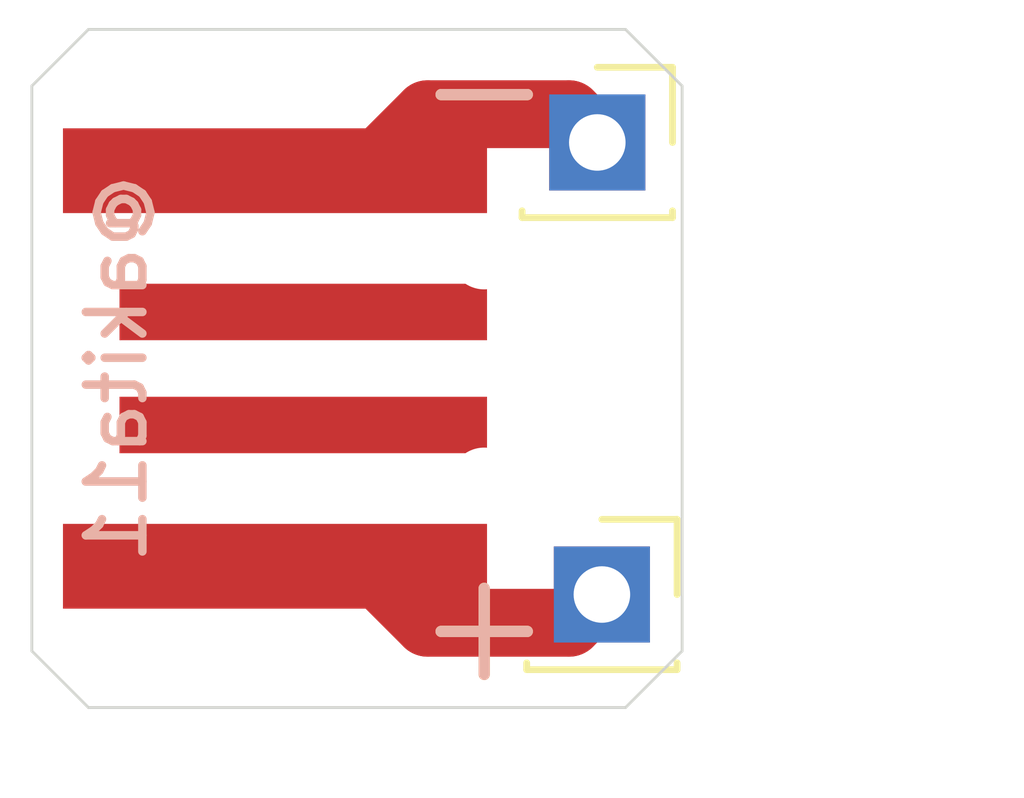
<source format=kicad_pcb>
(kicad_pcb (version 20211014) (generator pcbnew)
  (layers (0 "F.Cu" signal) (31 "B.Cu" signal) (34 "B.Paste" user) (35 "F.Paste" user) (36 "B.SilkS" user "B.Silkscreen") (37 "F.SilkS" user "F.Silkscreen") (38 "B.Mask" user) (39 "F.Mask" user) (44 "Edge.Cuts" user))
  (net 0 "")
  (net 1 "Net-(CN1-Pad1)")
  (net 2 "Net-(CN1-Pad4)")
  (net 3 "Net-(CN1-Pad3)")
  (net 4 "Net-(CN1-Pad2)")
  (footprint "Connector_PinSocket_2.54mm:PinSocket_1x01_P2.54mm_Vertical" (layer "F.Cu") (at 5.5815 4)
    (fp_text reference "J2" hide)
    (fp_text value "Conn_01x01")
    (fp_line (start -1.33 1.21) (end -1.33 1.33) (layer "F.SilkS") (width 0.12))
    (fp_line (start 0 -1.33) (end 1.33 -1.33) (layer "F.SilkS") (width 0.12))
    (fp_line (start 1.33 1.21) (end 1.33 1.33) (layer "F.SilkS") (width 0.12))
    (fp_line (start 1.33 -1.33) (end 1.33 0) (layer "F.SilkS") (width 0.12))
    (fp_line (start -1.33 1.33) (end 1.33 1.33) (layer "F.SilkS") (width 0.12))
    (pad "1" thru_hole rect locked (at 0 0) (size 1.7 1.7) (drill 1) (layers *.Cu *.Mask) (net 1 "Net-(CN1-Pad1)"))
  )
  (footprint "akita:USB-A-PCB" (layer "F.Cu") (at 0 0)
    (fp_text reference "CN1" hide)
    (fp_text value "USB-A" hide)
    (pad "1" smd rect locked (at -0.2 3.5) (size 7.5 1.5) (layers "F.Cu" "F.Paste" "F.Mask") (net 1 "Net-(CN1-Pad1)"))
    (pad "2" smd rect locked (at 0.3 1) (size 6.5 1) (layers "F.Cu" "F.Paste" "F.Mask") (net 4 "Net-(CN1-Pad2)"))
    (pad "3" smd rect locked (at 0.3 -1) (size 6.5 1) (layers "F.Cu" "F.Paste" "F.Mask") (net 3 "Net-(CN1-Pad3)"))
    (pad "4" smd rect locked (at -0.2 -3.5) (size 7.5 1.5) (layers "F.Cu" "F.Paste" "F.Mask") (net 2 "Net-(CN1-Pad4)"))
  )
  (footprint "MountingHole:MountingHole_2.1mm" (layer "F.Cu") (at 5 0)
    (fp_text reference "REF**" hide)
    (fp_text value "MountingHole_2.1mm")
    (pad "" np_thru_hole circle locked (at 0 0) (size 2.1 2.1) (drill 2.1) (layers *.Cu *.Mask))
  )
  (footprint "akita:HOLE_1.2mm" (layer "F.Cu") (at 3.5 -2)
    (fp_text reference "REF**" hide)
    (fp_text value "HOLE_1.2mm")
    (pad "" np_thru_hole circle locked (at 0 0) (size 1.2 1.2) (drill 1.2) (layers *.Cu *.Mask))
  )
  (footprint "Connector_PinSocket_2.54mm:PinSocket_1x01_P2.54mm_Vertical" (layer "F.Cu") (at 5.5 -4)
    (fp_text reference "J3" hide)
    (fp_text value "Conn_01x01")
    (fp_line (start -1.33 1.21) (end -1.33 1.33) (layer "F.SilkS") (width 0.12))
    (fp_line (start 1.33 1.21) (end 1.33 1.33) (layer "F.SilkS") (width 0.12))
    (fp_line (start 0 -1.33) (end 1.33 -1.33) (layer "F.SilkS") (width 0.12))
    (fp_line (start -1.33 1.33) (end 1.33 1.33) (layer "F.SilkS") (width 0.12))
    (fp_line (start 1.33 -1.33) (end 1.33 0) (layer "F.SilkS") (width 0.12))
    (pad "1" thru_hole rect locked (at 0 0) (size 1.7 1.7) (drill 1) (layers *.Cu *.Mask) (net 2 "Net-(CN1-Pad4)"))
  )
  (footprint "akita:HOLE_1.2mm" (layer "B.Cu") (at 3.5 2)
    (fp_text reference "REF**" hide)
    (fp_text value "HOLE_1.2mm")
    (pad "" np_thru_hole circle locked (at 0 0) (size 1.2 1.2) (drill 1.2) (layers *.Cu *.Mask))
  )
  (gr_line (start -4.5 5) (end -4.5 -5) (layer "Edge.Cuts") (width 0.05))
  (gr_line (start -3.5 6) (end -4.5 5) (layer "Edge.Cuts") (width 0.05))
  (gr_line (start 7 5) (end 6 6) (layer "Edge.Cuts") (width 0.05))
  (gr_line (start 7 -5) (end 7 5) (layer "Edge.Cuts") (width 0.05))
  (gr_line (start 6 6) (end -3.5 6) (layer "Edge.Cuts") (width 0.05))
  (gr_line (start 6 -6) (end 7 -5) (layer "Edge.Cuts") (width 0.05))
  (gr_line (start -3.5 -6) (end 6 -6) (layer "Edge.Cuts") (width 0.05))
  (gr_line (start -4.5 -5) (end -3.5 -6) (layer "Edge.Cuts") (width 0.05))
  (gr_text "@akita11" (at -3 0 90) (layer "B.SilkS") (effects (font (size 1 1)) (justify mirror)))
  (gr_text "+" (at 3.5 4.5) (layer "B.SilkS") (effects (font (size 2 2) (thickness 0.2)) (justify mirror)))
  (gr_text "-" (at 3.5 -5) (layer "B.SilkS") (effects (font (size 2 2) (thickness 0.2)) (justify mirror)))
  (gr_text "+" (at 3.5 4.5) (layer "F.SilkS") (effects (font (size 2 2) (thickness 0.2))))
  (gr_text "-" (at 3.5 -5) (layer "F.SilkS") (effects (font (size 2 2) (thickness 0.2))))
  (segment (start 1.5 3.5) (end 2.5 4.5) (width 1.2) (layer "F.Cu") (net 1))
  (segment (start 5.5 4) (end 5 4.5) (width 1.2) (layer "F.Cu") (net 1))
  (segment (start -0.2 3.5) (end 1.5 3.5) (width 1.2) (layer "F.Cu") (net 1))
  (segment (start 5.5815 4) (end 5.5 4) (width 1.2) (layer "F.Cu") (net 1))
  (segment (start 5 4.5) (end 2.5 4.5) (width 1.2) (layer "F.Cu") (net 1))
  (segment (start 1.5 -3.5) (end 2.5 -4.5) (width 1.2) (layer "F.Cu") (net 2))
  (segment (start 5 -4.5) (end 2.5 -4.5) (width 1.2) (layer "F.Cu") (net 2))
  (segment (start 5.5 -4) (end 5 -4.5) (width 1.2) (layer "F.Cu") (net 2))
  (segment (start -0.2 -3.5) (end 1.5 -3.5) (width 1.2) (layer "F.Cu") (net 2))
)
</source>
